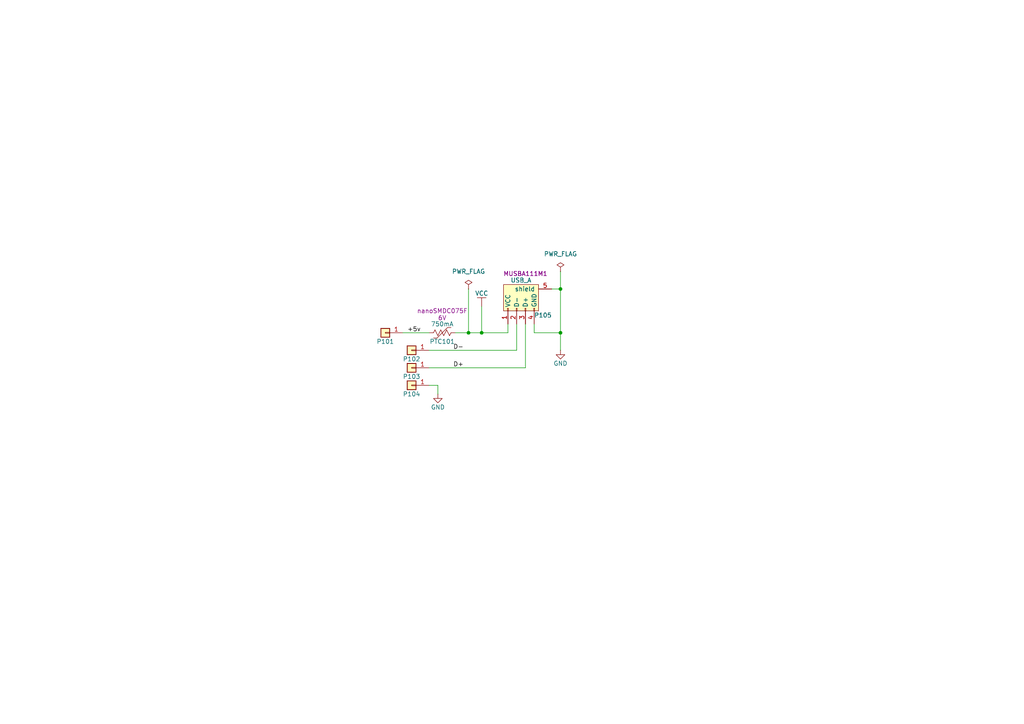
<source format=kicad_sch>
(kicad_sch (version 20231120) (generator "eeschema") (generator_version "8.0")
  (paper "A4")
  (title_block (title "USB-A panel mount breakout") (date "2025-01-27") (rev "v1.1.0"))
  (lib_symbols
    (symbol "Connector_Generic:Conn_01x01" (pin_names (offset 1.016) hide)
      (property "Reference" "J" (at 0 2.54 0))
      (property "Value" "Conn_01x01" (at 0 -2.54 0))
      (symbol "Conn_01x01_1_1"
        (rectangle (start -1.27 0.127) (end 0 -0.127) (stroke (width 0.1524)))
        (rectangle (start -1.27 1.27) (end 1.27 -1.27) (stroke (width 0.254)) (fill (type background)))
        (pin passive line (at -5.08 0 0) (length 3.81) (name "Pin_1") (number "1"))
      )
    )
    (symbol "Local:PTC" (pin_numbers hide) (pin_names (offset 0))
      (property "Reference" "PTC" (at 2.54 0 90))
      (property "Value" "PTC" (at -2.54 0 90))
      (property "Description" "PTC" (at -4.318 0 90))
      (symbol "PTC_0_1"
        (polyline (pts (xy -0.8382 -2.1082) (xy 0.8382 -1.27)) (stroke (width 0.1524)))
        (polyline (pts (xy -0.8382 -0.4318) (xy 0.8382 0.4318)) (stroke (width 0.1524)))
        (polyline (pts (xy -0.8382 1.27) (xy 0.8382 2.1082)) (stroke (width 0.1524)))
        (polyline (pts (xy 0 -2.54) (xy -0.8382 -2.1082)) (stroke (width 0.1524)))
        (polyline (pts (xy 0.8382 -1.27) (xy -0.8382 -0.4318)) (stroke (width 0.1524)))
        (polyline (pts (xy 0.8382 0.4318) (xy -0.8382 1.27)) (stroke (width 0.1524)))
        (polyline (pts (xy 0.8382 2.1082) (xy 0 2.54)) (stroke (width 0.1524)))
        (polyline (pts (xy -1.524 2.54) (xy -1.524 1.524) (xy 1.524 -1.524) (xy 1.524 -2.54)))
      )
      (symbol "PTC_0_2"
        (rectangle (start -1.016 -2.54) (end 1.016 2.54) (stroke (width 0.254)))
        (polyline (pts (xy -1.524 2.54) (xy -1.524 1.524) (xy 1.524 -1.524) (xy 1.524 -2.54)) (stroke (width 0.254)))
      )
      (symbol "PTC_1_1"
        (pin passive line (at 0 3.81 270) (length 1.27) (name "~") (number "1"))
        (pin passive line (at 0 -3.81 90) (length 1.27) (name "~") (number "2"))
      )
      (symbol "PTC_1_2"
        (pin passive line (at 0 3.81 270) (length 1.27) (name "~") (number "1"))
        (pin passive line (at 0 -3.81 90) (length 1.27) (name "~") (number "2"))
      )
    )
    (symbol "Local:USB_A" (pin_names (offset 1.016))
      (property "Reference" "P" (at 5.08 -5.08 0))
      (property "Value" "USB_A" (at -1.27 5.08 0))
      (symbol "USB_A_0_1"
        (rectangle (start -5.207 -3.81) (end -4.953 -3.048))
        (rectangle (start -2.667 -3.81) (end -2.413 -3.048))
        (rectangle (start -0.127 -3.81) (end 0.127 -3.048))
        (rectangle (start 2.413 -3.81) (end 2.667 -3.048))
      )
      (symbol "USB_A_1_1"
        (rectangle (start -6.35 3.81) (end 3.81 -3.81) (fill (type background)))
        (pin power_in line (at -5.08 -7.62 90) (length 3.81) (name "VCC") (number "1"))
        (pin passive line (at -2.54 -7.62 90) (length 3.81) (name "D-") (number "2"))
        (pin passive line (at 0 -7.62 90) (length 3.81) (name "D+") (number "3"))
        (pin power_in line (at 2.54 -7.62 90) (length 3.81) (name "GND") (number "4"))
        (pin passive line (at 7.62 2.54 180) (length 3.81) (name "shield") (number "5"))
      )
    )
    (symbol "Local:VCC" (power) (pin_names (offset 0))
      (property "Value" "VCC" (at 0 3.81 0))
      (symbol "VCC_0_1"
        (polyline (pts (xy -1.27 2.54) (xy 1.27 2.54)))
        (polyline (pts (xy 0 0) (xy 0 2.54)))
      )
      (symbol "VCC_1_1"
        (pin power_in line (at 0 0 90) (length 0) hide (name "VCC") (number "1"))
      )
    )
    (symbol "power:GND" (power) (pin_numbers hide) (pin_names (offset 0) hide)
      (property "Value" "GND" (at 0 -3.81 0))
      (symbol "GND_0_1"
        (polyline (pts (xy 0 0) (xy 0 -1.27) (xy 1.27 -1.27) (xy 0 -2.54) (xy -1.27 -1.27) (xy 0 -1.27)))
      )
      (symbol "GND_1_1"
        (pin power_in line (at 0 0 270) (length 0) (name "~") (number "1"))
      )
    )
    (symbol "power:PWR_FLAG" (power) (pin_numbers hide) (pin_names (offset 0) hide)
      (property "Value" "PWR_FLAG" (at 0 3.81 0))
      (symbol "PWR_FLAG_0_0"
        (pin power_out line (at 0 0 90) (length 0) (name "~") (number "1"))
      )
      (symbol "PWR_FLAG_0_1"
        (polyline (pts (xy 0 0) (xy 0 1.27) (xy -1.016 1.905) (xy 0 2.54) (xy 1.016 1.905) (xy 0 1.27)))
      )
    )
  )
  (junction (at 162.56 96.52))
  (junction (at 135.89 96.52))
  (junction (at 162.56 83.82))
  (junction (at 139.7 96.52))
  (wire (pts (xy 162.56 83.82) (xy 162.56 96.52)))
  (wire (pts (xy 135.89 83.82) (xy 135.89 96.52)))
  (wire (pts (xy 139.7 96.52) (xy 147.32 96.52)))
  (wire (pts (xy 152.4 106.68) (xy 152.4 93.98)))
  (wire (pts (xy 154.94 93.98) (xy 154.94 96.52)))
  (wire (pts (xy 162.56 96.52) (xy 162.56 101.6)))
  (wire (pts (xy 160.02 83.82) (xy 162.56 83.82)))
  (wire (pts (xy 124.46 111.76) (xy 127 111.76)))
  (wire (pts (xy 124.46 106.68) (xy 152.4 106.68)))
  (wire (pts (xy 149.86 101.6) (xy 149.86 93.98)))
  (wire (pts (xy 127 111.76) (xy 127 114.3)))
  (wire (pts (xy 132.08 96.52) (xy 135.89 96.52)))
  (wire (pts (xy 139.7 96.52) (xy 139.7 88.9)))
  (wire (pts (xy 147.32 96.52) (xy 147.32 93.98)))
  (wire (pts (xy 162.56 78.74) (xy 162.56 83.82)))
  (wire (pts (xy 154.94 96.52) (xy 162.56 96.52)))
  (wire (pts (xy 124.46 101.6) (xy 149.86 101.6)))
  (wire (pts (xy 116.84 96.52) (xy 124.46 96.52)))
  (wire (pts (xy 135.89 96.52) (xy 139.7 96.52)))
  (label "+5v" (at 118.11 96.52 0))
  (label "D-" (at 131.445 101.6 0))
  (label "D+" (at 131.445 106.68 0))
  (symbol (lib_id "Connector_Generic:Conn_01x01") (at 119.38 101.6 180) (unit 1)
    (property "Reference" "P102" (at 119.38 104.14 0))
    (property "Value" "CONN_01X01" (effects (hide yes)))
    (property "Footprint" "Local:wire_60x40mil" (effects (hide yes)))
  )
  (symbol (lib_id "Connector_Generic:Conn_01x01") (at 119.38 106.68 180) (unit 1)
    (property "Reference" "P103" (at 119.38 109.22 0))
    (property "Value" "CONN_01X01" (effects (hide yes)))
    (property "Footprint" "Local:wire_60x40mil" (effects (hide yes)))
  )
  (symbol (lib_id "power:GND") (at 162.56 101.6 0) (unit 1)
    (property "Reference" "#PWR01" (effects (hide yes)))
    (property "Value" "GND" (at 162.56 105.41 0))
    (property "Description" "Power symbol creates a global label with name \"GND\" , ground" (effects (hide yes)))
  )
  (symbol (lib_id "Local:USB_A") (at 152.4 86.36 0) (unit 1)
    (property "Reference" "P105" (at 157.48 91.44 0))
    (property "Value" "USB_A" (at 151.13 81.28 0))
    (property "Footprint" "Local:usb-a-pm" (effects (hide yes)))
    (property "Manufacturer" "Amphenol" (effects (hide yes)))
    (property "PartNum" "MUSBA111M1" (at 152.4 79.375 0))
  )
  (symbol (lib_id "Local:VCC") (at 139.7 88.9 0) (unit 1)
    (property "Reference" "#PWR02" (effects (hide yes)))
    (property "Value" "VCC" (at 139.7 85.09 0))
  )
  (symbol (lib_id "Connector_Generic:Conn_01x01") (at 111.76 96.52 180) (unit 1)
    (property "Reference" "P101" (at 111.76 99.06 0))
    (property "Value" "CONN_01X01" (effects (hide yes)))
    (property "Footprint" "Local:wire_60x40mil" (effects (hide yes)))
  )
  (symbol (lib_id "Connector_Generic:Conn_01x01") (at 119.38 111.76 180) (unit 1)
    (property "Reference" "P104" (at 119.38 114.3 0))
    (property "Value" "CONN_01X01" (effects (hide yes)))
    (property "Footprint" "Local:wire_60x40mil" (effects (hide yes)))
  )
  (symbol (lib_id "power:GND") (at 127 114.3 0) (unit 1)
    (property "Reference" "#PWR03" (effects (hide yes)))
    (property "Value" "GND" (at 127 118.11 0))
    (property "Description" "Power symbol creates a global label with name \"GND\" , ground" (effects (hide yes)))
  )
  (symbol (lib_id "Local:PTC") (at 128.27 96.52 270) (unit 1)
    (property "Reference" "PTC101" (at 128.27 99.06 90))
    (property "Value" "750mA" (at 128.27 93.98 90))
    (property "Footprint" "Local:R_1206_HandSoldering" (effects (hide yes)))
    (property "Voltage" "6V" (at 128.27 92.202 90))
    (property "Manufacturer" "Little Fuse" (effects (hide yes)))
    (property "PartNum" "nanoSMDC075F" (at 128.27 90.17 90))
  )
  (symbol (lib_id "power:PWR_FLAG") (at 135.89 83.82 0) (unit 1)
    (property "Reference" "#FLG02" (effects (hide yes)))
    (property "Value" "PWR_FLAG" (at 135.89 78.74 0))
    (property "Description" "Special symbol for telling ERC where power comes from" (effects (hide yes)))
  )
  (symbol (lib_id "power:PWR_FLAG") (at 162.56 78.74 0) (unit 1)
    (property "Reference" "#FLG01" (effects (hide yes)))
    (property "Value" "PWR_FLAG" (at 162.56 73.66 0))
    (property "Description" "Special symbol for telling ERC where power comes from" (effects (hide yes)))
  )
)
</source>
